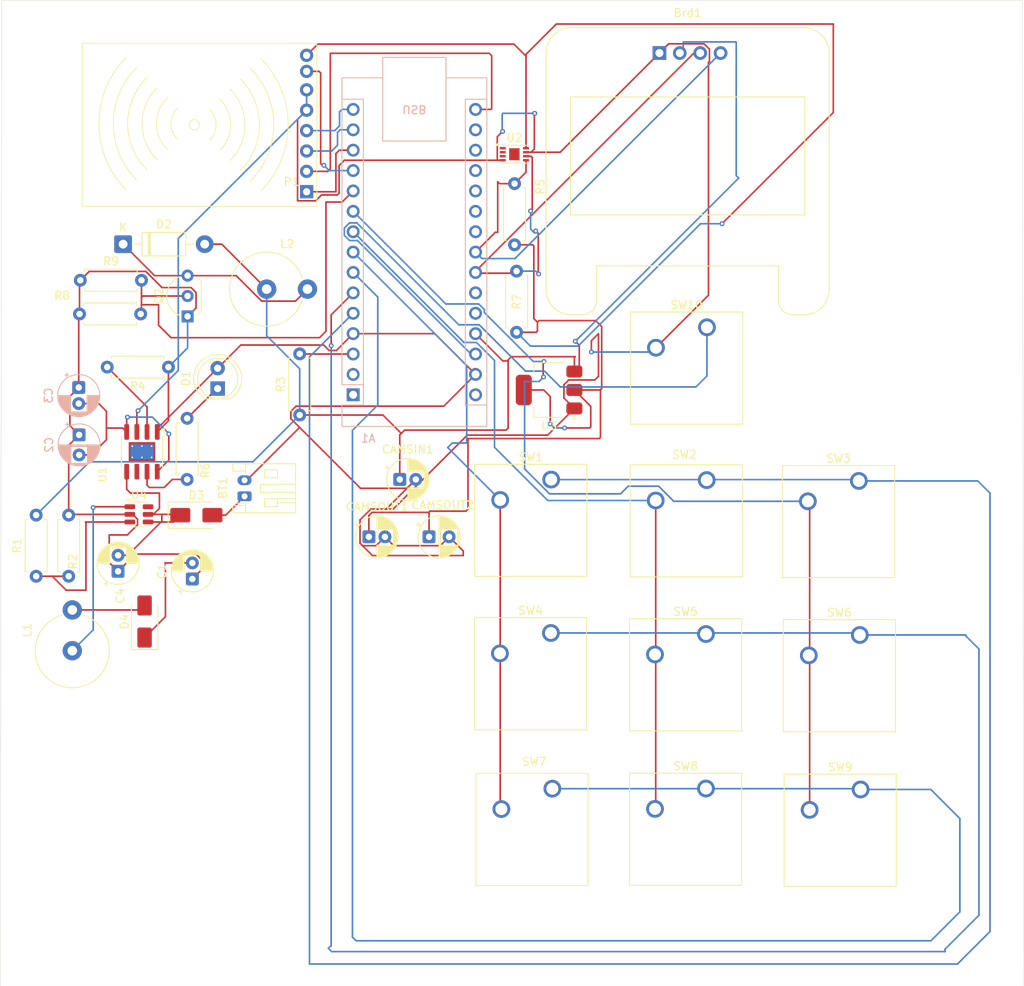
<source format=kicad_pcb>
(kicad_pcb (version 20241229) (generator "pcbnew") (generator_version "9.0")
  (layers (0 "F.Cu" signal) (2 "B.Cu" signal) (13 "F.Paste" user) (15 "B.Paste" user) (5 "F.SilkS" user "F.Silkscreen") (7 "B.SilkS" user "B.Silkscreen") (1 "F.Mask" user) (3 "B.Mask" user) (25 "Edge.Cuts" user))
  (net 0 "")
  (net 1 "5V")
  (net 4 "/SCL")
  (net 6 "/col2")
  (net 7 "/Sound")
  (net 10 "/col1")
  (net 11 "/rst")
  (net 12 "/SPI_MO")
  (net 13 "/row3")
  (net 16 "/SDA")
  (net 17 "/row1")
  (net 18 "/SPI_MI")
  (net 21 "/SPI_Clock")
  (net 22 "Net-(A1-~{RESET}-Pad28)")
  (net 23 "Net-(A1-~{RESET}-Pad3)")
  (net 24 "/row2")
  (net 26 "GND")
  (net 28 "/col3")
  (net 29 "/SS")
  (net 30 "BAT")
  (net 31 "Net-(D4-K)")
  (net 32 "USB5V")
  (net 33 "3V3")
  (net 34 "Net-(D1-K)")
  (net 35 "Net-(D4-A)")
  (net 36 "Net-(U4-SW)")
  (net 37 "Net-(U4-FB)")
  (net 38 "Net-(U1-PROG)")
  (net 39 "Net-(U1-~{CHRG})")
  (net 47 "Net-(BT1-+)")
  (net 48 "Net-(D2-K)")
  (footprint "Button_Switch_Keyboard:SW_Cherry_MX_1.00u_PCB" (layer "F.Cu") (at 179.04 93.05)
    (property "Reference" "SW3")
    (property "Value" "SW_Push")
  )
  (footprint "Resistor_THT:R_Axial_DIN0207_L6.3mm_D2.5mm_P7.62mm_Horizontal" (layer "F.Cu") (at 80.629825 104.929 90)
    (property "Reference" "R2")
    (property "Value" "20k")
  )
  (footprint "Button_Switch_Keyboard:SW_Cherry_MX_1.00u_PCB" (layer "F.Cu") (at 140.72 92.884)
    (property "Reference" "SW1")
    (property "Value" "SW_Push")
  )
  (footprint "Resistor_THT:R_Axial_DIN0207_L6.3mm_D2.5mm_P7.62mm_Horizontal" (layer "F.Cu") (at 93.049825 78.869 180)
    (property "Reference" "R4")
    (property "Value" "2k")
  )
  (footprint "Inductor_THT:L_Axial_L26.0mm_D9.0mm_P5.08mm_Vertical_Fastron_77A" (layer "F.Cu") (at 81.079825 114.209 90)
    (property "Reference" "L1")
    (property "Value" "10mH")
  )
  (footprint "Button_Switch_Keyboard:SW_Cherry_MX_1.00u_PCB" (layer "F.Cu") (at 160.12 73.91)
    (property "Reference" "SW10")
    (property "Value" "SW_RST")
  )
  (footprint "Diode_THT:D_DO-41_SOD81_P10.16mm_Horizontal" (layer "F.Cu") (at 87.407442 63.549)
    (property "Reference" "D2")
    (property "Value" "1N5819")
  )
  (footprint "Resistor_THT:R_Axial_DIN0207_L6.3mm_D2.5mm_P7.62mm_Horizontal" (layer "F.Cu") (at 136.411075 74.529 90)
    (property "Reference" "R7")
    (property "Value" "4.7k")
  )
  (footprint "Button_Switch_Keyboard:SW_Cherry_MX_1.00u_PCB" (layer "F.Cu") (at 140.87 131.4)
    (property "Reference" "SW7")
    (property "Value" "SW_Push")
  )
  (footprint "Resistor_THT:R_Axial_DIN0207_L6.3mm_D2.5mm_P7.62mm_Horizontal" (layer "F.Cu") (at 95.379825 92.869 90)
    (property "Reference" "R6")
    (property "Value" "220")
  )
  (footprint "Button_Switch_Keyboard:SW_Cherry_MX_1.00u_PCB" (layer "F.Cu") (at 160 131.38)
    (property "Reference" "SW8")
    (property "Value" "SW_Push")
  )
  (footprint "Package_TO_SOT_SMD:SOT-223-3_TabPin2" (layer "F.Cu") (at 140.461075 81.719 180)
    (property "Reference" "U3")
    (property "Value" "AMS1117-3.3")
  )
  (footprint "Package_TO_SOT_SMD:SOT-23-6" (layer "F.Cu") (at 89.379825 97.219)
    (property "Reference" "U4")
    (property "Value" "MT3608")
  )
  (footprint "Resistor_THT:R_Axial_DIN0207_L6.3mm_D2.5mm_P7.62mm_Horizontal" (layer "F.Cu") (at 109.401075 84.839 90)
    (property "Reference" "R3")
    (property "Value" "10k")
  )
  (footprint "micustom2:Adafruit_SSD1306" (layer "F.Cu") (at 148.821075 39.734)
    (property "Reference" "Brd1")
    (property "Value" "SSD1306")
  )
  (footprint "Button_Switch_Keyboard:SW_Cherry_MX_1.00u_PCB" (layer "F.Cu") (at 179.16 112.25)
    (property "Reference" "SW6")
    (property "Value" "SW_Push")
  )
  (footprint "Capacitor_THT:CP_Radial_D5.0mm_P2.00mm" (layer "F.Cu") (at 96.029825 105.269 90)
    (property "Reference" "C1")
    (property "Value" "22mF")
  )
  (footprint "Package_DFN_QFN:DFN-8-1EP_3x2mm_P0.5mm_EP1.3x1.5mm" (layer "F.Cu") (at 136.136075 52.344)
    (property "Reference" "U2")
    (property "Value" "AT24CS16-MAHM")
  )
  (footprint "Capacitor_THT:CP_Radial_D5.0mm_P2.50mm" (layer "F.Cu") (at 125.511075 100.019)
    (property "Reference" "CAMSOUT2")
    (property "Value" "0.1mF")
  )
  (footprint "Button_Switch_Keyboard:SW_Cherry_MX_1.00u_PCB" (layer "F.Cu") (at 160 112.13)
    (property "Reference" "SW5")
    (property "Value" "SW_Push")
  )
  (footprint "Diode_SMD:D_SMA" (layer "F.Cu") (at 96.529825 97.319)
    (property "Reference" "D3")
    (property "Value" "SS14")
  )
  (footprint "Inductor_THT:L_Axial_L26.0mm_D9.0mm_P5.08mm_Vertical_Fastron_77A" (layer "F.Cu") (at 105.287442 69.149)
    (property "Reference" "L2")
    (property "Value" "22mH")
  )
  (footprint "Resistor_THT:R_Axial_DIN0207_L6.3mm_D2.5mm_P7.62mm_Horizontal" (layer "F.Cu") (at 81.977442 72.249)
    (property "Reference" "R8")
    (property "Value" "100")
  )
  (footprint "Button_Switch_Keyboard:SW_Cherry_MX_1.00u_PCB" (layer "F.Cu") (at 179.26 131.5)
    (property "Reference" "SW9")
    (property "Value" "SW_Push")
  )
  (footprint "Capacitor_THT:CP_Radial_D5.0mm_P2.00mm" (layer "F.Cu") (at 118.016187 100.019)
    (property "Reference" "CAMSOUT1")
    (property "Value" "10mF")
  )
  (footprint "Resistor_THT:R_Axial_DIN0207_L6.3mm_D2.5mm_P7.62mm_Horizontal" (layer "F.Cu") (at 136.161075 63.629 90)
    (property "Reference" "R5")
    (property "Value" "4.7k")
  )
  (footprint "Diode_SMD:D_SMA" (layer "F.Cu") (at 90.079825 110.569 90)
    (property "Reference" "D4")
    (property "Value" "SS14")
  )
  (footprint "Capacitor_THT:CP_Radial_D5.0mm_P2.00mm" (layer "F.Cu") (at 86.779825 104.319 90)
    (property "Reference" "C4")
    (property "Value" "22mF")
  )
  (footprint "Button_Switch_Keyboard:SW_Cherry_MX_1.00u_PCB" (layer "F.Cu") (at 160.09 92.95)
    (property "Reference" "SW2")
    (property "Value" "SW_Push")
  )
  (footprint "Resistor_THT:R_Axial_DIN0207_L6.3mm_D2.5mm_P7.62mm_Horizontal" (layer "F.Cu") (at 82.077442 68.049)
    (property "Reference" "R9")
    (property "Value" "10k")
  )
  (footprint "Resistor_THT:R_Axial_DIN0207_L6.3mm_D2.5mm_P7.62mm_Horizontal" (layer "F.Cu") (at 76.579825 104.929 90)
    (property "Reference" "R1")
    (property "Value" "100k")
  )
  (footprint "LED_THT:LED_D5.0mm" (layer "F.Cu") (at 99.179825 81.544 90)
    (property "Reference" "D1")
    (property "Value" "LED")
  )
  (footprint "Capacitor_THT:CP_Radial_D5.0mm_P2.00mm" (layer "F.Cu") (at 121.861075 92.869)
    (property "Reference" "CAMSIN1")
    (property "Value" "10mF")
  )
  (footprint "Connector_JST:JST_PH_S2B-PH-K_1x02_P2.00mm_Horizontal" (layer "F.Cu") (at 102.529825 94.969 90)
    (property "Reference" "BT1")
    (property "Value" "Battery_Cell")
  )
  (footprint "Package_SO:SOIC-8-1EP_3.9x4.9mm_P1.27mm_EP2.41x3.3mm_ThermalVias" (layer "F.Cu") (at 89.754825 89.419 -90)
    (property "Reference" "U1")
    (property "Value" "TP4056-42-ESOP8")
  )
  (footprint "Button_Switch_Keyboard:SW_Cherry_MX_1.00u_PCB" (layer "F.Cu") (at 140.69 112)
    (property "Reference" "SW4")
    (property "Value" "SW_Push")
  )
  (footprint "micustom2:RC522_I2C_B30x20mm" (layer "F.Cu") (at 110.261075 55.019 180)
    (property "Reference" "P1")
    (property "Value" "RFID-RC522-MODULE")
  )
  (footprint "Package_TO_SOT_THT:TO-92L_Inline_Wide" (layer "F.Cu") (at 95.437442 72.549 90)
    (property "Reference" "Q2")
    (property "Value" "2N7000")
  )
  (footprint "Module:Arduino_Nano" (layer "B.Cu") (at 116.061075 82.319)
    (property "Reference" "A1")
    (property "Value" "Arduino_Nano_v3.x")
  )
  (footprint "Capacitor_THT:CP_Radial_D5.0mm_P2.50mm" (layer "B.Cu") (at 81.929825 87.313888 -90)
    (property "Reference" "C2")
    (property "Value" "0.1mF")
  )
  (footprint "Capacitor_THT:CP_Radial_D5.0mm_P2.00mm" (layer "B.Cu") (at 81.879825 81.413887 -90)
    (property "Reference" "C3")
    (property "Value" "10mF")
  )
  (gr_line (start 199.6 156) (end 199.4 33.15) (stroke (width 0.05)) (layer "Edge.Cuts"))
  (gr_line (start 72.1 156) (end 199.6 156) (stroke (width 0.05)) (layer "Edge.Cuts"))
  (gr_line (start 199.4 33.15) (end 72.3 33.15) (stroke (width 0.05)) (layer "Edge.Cuts"))
  (gr_line (start 72.3 33.15) (end 72.1 156) (stroke (width 0.05)) (layer "Edge.Cuts"))
  (segment (start 134.701075 78.099) (end 135.361075 78.099) (width 0.2) (layer "F.Cu") (net 1))
  (segment (start 143.711075 77.569) (end 143.611075 77.669) (width 0.2) (layer "F.Cu") (net 1))
  (segment (start 131.301075 74.699) (end 134.701075 78.099) (width 0.2) (layer "F.Cu") (net 1))
  (segment (start 144.221075 76.149) (end 144.221075 78.809) (width 0.2) (layer "F.Cu") (net 1))
  (segment (start 122.461075 86.719) (end 135.111075 86.719) (width 0.2) (layer "F.Cu") (net 1))
  (segment (start 119.761075 84.839) (end 122.051075 87.129) (width 0.2) (layer "F.Cu") (net 1))
  (segment (start 99.687442 63.549) (end 97.567442 63.549) (width 0.2) (layer "F.Cu") (net 1))
  (segment (start 121.861075 92.869) (end 121.861075 87.319) (width 0.2) (layer "F.Cu") (net 1))
  (segment (start 135.361075 77.969) (end 135.761075 77.569) (width 0.2) (layer "F.Cu") (net 1))
  (segment (start 144.221075 78.809) (end 143.611075 79.419) (width 0.2) (layer "F.Cu") (net 1))
  (segment (start 135.361075 86.469) (end 135.361075 78.099) (width 0.2) (layer "F.Cu") (net 1))
  (segment (start 109.401075 84.839) (end 119.761075 84.839) (width 0.2) (layer "F.Cu") (net 1))
  (segment (start 135.111075 86.719) (end 135.361075 86.469) (width 0.2) (layer "F.Cu") (net 1))
  (segment (start 143.721075 75.649) (end 144.221075 76.149) (width 0.2) (layer "F.Cu") (net 1))
  (segment (start 135.761075 77.569) (end 143.711075 77.569) (width 0.2) (layer "F.Cu") (net 1))
  (segment (start 135.361075 78.099) (end 135.361075 77.969) (width 0.2) (layer "F.Cu") (net 1))
  (segment (start 143.611075 77.669) (end 143.611075 79.419) (width 0.2) (layer "F.Cu") (net 1))
  (segment (start 122.051075 87.129) (end 122.461075 86.719) (width 0.2) (layer "F.Cu") (net 1))
  (segment (start 105.287442 69.149) (end 99.687442 63.549) (width 0.2) (layer "F.Cu") (net 1))
  (segment (start 121.861075 87.319) (end 122.051075 87.129) (width 0.2) (layer "F.Cu") (net 1))
  (via (at 143.721075 75.649) (size 0.6) (drill 0.3) (layers "F.Cu" "B.Cu") (net 1))
  (segment (start 103.570075 90.67) (end 109.401075 84.839) (width 0.2) (layer "B.Cu") (net 1))
  (segment (start 109.401075 79.079) (end 109.401075 84.839) (width 0.2) (layer "B.Cu") (net 1))
  (segment (start 163.771075 38.421577) (end 163.698498 38.349) (width 0.2) (layer "B.Cu") (net 1))
  (segment (start 105.287442 74.965367) (end 109.401075 79.079) (width 0.2) (layer "B.Cu") (net 1))
  (segment (start 157.171075 38.349) (end 157.171075 39.304) (width 0.2) (layer "B.Cu") (net 1))
  (segment (start 157.171075 39.304) (end 156.741075 39.734) (width 0.2) (layer "B.Cu") (net 1))
  (segment (start 164.075 55.315) (end 163.771075 55.011075) (width 0.2) (layer "B.Cu") (net 1))
  (segment (start 163.698498 38.349) (end 157.171075 38.349) (width 0.2) (layer "B.Cu") (net 1))
  (segment (start 143.721075 75.649) (end 144.415075 74.955) (width 0.2) (layer "B.Cu") (net 1))
  (segment (start 163.771075 55.011075) (end 163.771075 38.421577) (width 0.2) (layer "B.Cu") (net 1))
  (segment (start 83.218825 90.67) (end 103.570075 90.67) (width 0.2) (layer "B.Cu") (net 1))
  (segment (start 144.415075 74.955) (end 144.435 74.955) (width 0.2) (layer "B.Cu") (net 1))
  (segment (start 164.075 55.315) (end 144.435 74.955) (width 0.2) (layer "B.Cu") (net 1))
  (segment (start 105.287442 69.149) (end 105.287442 74.965367) (width 0.2) (layer "B.Cu") (net 1))
  (segment (start 76.579825 97.309) (end 83.218825 90.67) (width 0.2) (layer "B.Cu") (net 1))
  (segment (start 131.301075 66.93195) (end 158.499025 39.734) (width 0.2) (layer "F.Cu") (net 4))
  (segment (start 139.111075 67.219) (end 139.161075 67.269) (width 0.2) (layer "F.Cu") (net 4))
  (segment (start 139.111075 66.869) (end 139.111075 67.219) (width 0.2) (layer "F.Cu") (net 4))
  (segment (start 131.391075 67.169) (end 131.301075 67.079) (width 0.2) (layer "F.Cu") (net 4))
  (segment (start 138.213075 52.594) (end 138.361075 52.742) (width 0.2) (layer "F.Cu") (net 4))
  (segment (start 131.301075 67.079) (end 131.301075 66.93195) (width 0.2) (layer "F.Cu") (net 4))
  (segment (start 139.111075 62.219) (end 139.111075 66.869) (width 0.2) (layer "F.Cu") (net 4))
  (segment (start 138.361075 58.819) (end 138.361075 59.219) (width 0.2) (layer "F.Cu") (net 4))
  (segment (start 137.586075 52.594) (end 138.213075 52.594) (width 0.2) (layer "F.Cu") (net 4))
  (segment (start 138.361075 59.219) (end 138.161075 59.419) (width 0.2) (layer "F.Cu") (net 4))
  (segment (start 138.79931 61.907235) (end 139.111075 62.219) (width 0.2) (layer "F.Cu") (net 4))
  (segment (start 138.361075 52.742) (end 138.361075 58.819) (width 0.2) (layer "F.Cu") (net 4))
  (segment (start 135.861075 67.169) (end 131.391075 67.169) (width 0.2) (layer "F.Cu") (net 4))
  (segment (start 158.499025 39.734) (end 159.281075 39.734) (width 0.2) (layer "F.Cu") (net 4))
  (via (at 138.161075 59.419) (size 0.6) (drill 0.3) (layers "F.Cu" "B.Cu") (net 4))
  (via (at 139.161075 67.269) (size 0.6) (drill 0.3) (layers "F.Cu" "B.Cu") (net 4))
  (via (at 138.79931 61.907235) (size 0.6) (drill 0.3) (layers "F.Cu" "B.Cu") (net 4))
  (segment (start 138.801075 66.909) (end 136.411075 66.909) (width 0.2) (layer "B.Cu") (net 4))
  (segment (start 139.161075 67.269) (end 138.801075 66.909) (width 0.2) (layer "B.Cu") (net 4))
  (segment (start 138.661075 62.169) (end 138.79931 62.030765) (width 0.2) (layer "B.Cu") (net 4))
  (segment (start 138.161075 61.669) (end 138.661075 62.169) (width 0.2) (layer "B.Cu") (net 4))
  (segment (start 138.161075 59.419) (end 138.161075 61.669) (width 0.2) (layer "B.Cu") (net 4))
  (segment (start 138.79931 62.030765) (end 138.79931 61.907235) (width 0.2) (layer "B.Cu") (net 4))
  (segment (start 153.74 133.83) (end 153.65 133.92) (width 0.2) (layer "F.Cu") (net 6))
  (segment (start 153.74 95.49) (end 153.74 133.83) (width 0.2) (layer "F.Cu") (net 6))
  (segment (start 140.29 95.49) (end 133.662893 88.862893) (width 0.2) (layer "B.Cu") (net 6))
  (segment (start 153.74 95.49) (end 140.29 95.49) (width 0.2) (layer "B.Cu") (net 6))
  (segment (start 129.862075 75.8) (end 116.061075 61.999) (width 0.2) (layer "B.Cu") (net 6))
  (segment (start 133.662893 88.862893) (end 133.662893 78.043768) (width 0.2) (layer "B.Cu") (net 6))
  (segment (start 133.662893 78.043768) (end 131.419125 75.8) (width 0.2) (layer "B.Cu") (net 6))
  (segment (start 131.419125 75.8) (end 129.862075 75.8) (width 0.2) (layer "B.Cu") (net 6))
  (segment (start 91.821075 71.099) (end 91.821075 73.649) (width 0.2) (layer "F.Cu") (net 7))
  (segment (start 89.697442 70.199) (end 89.887442 70.009) (width 0.2) (layer "F.Cu") (net 7))
  (segment (start 111.871075 75.199) (end 112.671075 74.399) (width 0.2) (layer "F.Cu") (net 7))
  (segment (start 89.697442 71.099) (end 91.821075 71.099) (width 0.2) (layer "F.Cu") (net 7))
  (segment (start 89.697442 71.099) (end 89.697442 72.149) (width 0.2) (layer "F.Cu") (net 7))
  (segment (start 89.887442 70.009) (end 95.437442 70.009) (width 0.2) (layer "F.Cu") (net 7))
  (segment (start 114.681075 58.299) (end 116.061075 56.919) (width 0.2) (layer "F.Cu") (net 7))
  (segment (start 112.671075 74.399) (end 112.671075 58.349) (width 0.2) (layer "F.Cu") (net 7))
  (segment (start 91.821075 73.649) (end 93.371075 75.199) (width 0.2) (layer "F.Cu") (net 7))
  (segment (start 112.721075 58.299) (end 114.681075 58.299) (width 0.2) (layer "F.Cu") (net 7))
  (segment (start 89.697442 70.199) (end 89.697442 71.099) (width 0.2) (layer "F.Cu") (net 7))
  (segment (start 93.371075 75.199) (end 111.871075 75.199) (width 0.2) (layer "F.Cu") (net 7))
  (segment (start 89.697442 72.149) (end 89.597442 72.249) (width 0.2) (layer "F.Cu") (net 7))
  (segment (start 112.671075 58.349) (end 112.721075 58.299) (width 0.2) (layer "F.Cu") (net 7))
  (segment (start 89.697442 68.049) (end 89.697442 70.199) (width 0.2) (layer "F.Cu") (net 7))
  (segment (start 134.37 95.424) (end 134.37 133.79) (width 0.2) (layer "F.Cu") (net 10))
  (segment (start 134.37 133.79) (end 134.52 133.94) (width 0.2) (layer "F.Cu") (net 10))
  (segment (start 134.37 95.424) (end 127.839 88.893) (width 0.2) (layer "B.Cu") (net 10))
  (segment (start 128.4 88.332) (end 130.200075 88.332) (width 0.2) (layer "B.Cu") (net 10))
  (segment (start 130.200075 78.678) (end 116.061075 64.539) (width 0.2) (layer "B.Cu") (net 10))
  (segment (start 127.839 88.893) (end 128.4 88.332) (width 0.2) (layer "B.Cu") (net 10))
  (segment (start 130.200075 88.332) (end 130.200075 78.678) (width 0.2) (layer "B.Cu") (net 10))
  (segment (start 112.011075 42.219) (end 112.011075 53.519) (width 0.2) (layer "F.Cu") (net 11))
  (segment (start 111.811075 42.019) (end 112.011075 42.219) (width 0.2) (layer "F.Cu") (net 11))
  (segment (start 112.211075 53.719) (end 112.411075 53.719) (width 0.2) (layer "F.Cu") (net 11))
  (segment (start 110.261075 42.019) (end 111.811075 42.019) (width 0.2) (layer "F.Cu") (net 11))
  (segment (start 112.011075 53.519) (end 112.211075 53.719) (width 0.2) (layer "F.Cu") (net 11))
  (via (at 112.411075 53.719) (size 0.6) (drill 0.3) (layers "F.Cu" "B.Cu") (net 11))
  (segment (start 113.071075 54.379) (end 116.061075 54.379) (width 0.2) (layer "B.Cu") (net 11))
  (segment (start 112.411075 53.719) (end 113.071075 54.379) (width 0.2) (layer "B.Cu") (net 11))
  (segment (start 113.391075 51.939) (end 114.111075 51.219) (width 0.2) (layer "B.Cu") (net 12))
  (segment (start 114.111075 51.219) (end 114.111075 49.619) (width 0.2) (layer "B.Cu") (net 12))
  (segment (start 114.111075 49.619) (end 114.431075 49.299) (width 0.2) (layer "B.Cu") (net 12))
  (segment (start 110.261075 51.939) (end 113.391075 51.939) (width 0.2) (layer "B.Cu") (net 12))
  (segment (start 114.431075 49.299) (end 116.061075 49.299) (width 0.2) (layer "B.Cu") (net 12))
  (segment (start 191.621075 135.121075) (end 191.621075 146.749) (width 0.2) (layer "B.Cu") (net 13))
  (segment (start 115.971075 86.749) (end 119.121075 83.599) (width 0.2) (layer "B.Cu") (net 13))
  (segment (start 140.87 131.4) (end 179.16 131.4) (width 0.2) (layer "B.Cu") (net 13))
  (segment (start 119.121075 83.599) (end 119.121075 70.139) (width 0.2) (layer "B.Cu") (net 13))
  (segment (start 188 131.5) (end 191.621075 135.121075) (width 0.2) (layer "B.Cu") (net 13))
  (segment (start 119.121075 70.139) (end 116.061075 67.079) (width 0.2) (layer "B.Cu") (net 13))
  (segment (start 179.16 131.4) (end 179.26 131.5) (width 0.2) (layer "B.Cu") (net 13))
  (segment (start 179.26 131.5) (end 188 131.5) (width 0.2) (layer "B.Cu") (net 13))
  (segment (start 188.021075 150.349) (end 116.421075 150.349) (width 0.2) (layer "B.Cu") (net 13))
  (segment (start 116.421075 150.349) (end 115.971075 149.899) (width 0.2) (layer "B.Cu") (net 13))
  (segment (start 191.621075 146.749) (end 188.021075 150.349) (width 0.2) (layer "B.Cu") (net 13))
  (segment (start 115.971075 149.899) (end 115.971075 86.749) (width 0.2) (layer "B.Cu") (net 13))
  (segment (start 136.161075 56.009) (end 134.301075 56.009) (width 0.2) (layer "F.Cu") (net 16))
  (segment (start 137.586075 54.584) (end 136.161075 56.009) (width 0.2) (layer "F.Cu") (net 16))
  (segment (start 134.061075 62.069) (end 133.771075 62.069) (width 0.2) (layer "F.Cu") (net 16))
  (segment (start 137.586075 53.094) (end 137.586075 54.584) (width 0.2) (layer "F.Cu") (net 16))
  (segment (start 134.061075 55.769) (end 134.061075 62.069) (width 0.2) (layer "F.Cu") (net 16))
  (segment (start 134.301075 56.009) (end 134.061075 55.769) (width 0.2) (layer "F.Cu") (net 16))
  (segment (start 133.771075 62.069) (end 131.301075 64.539) (width 0.2) (layer "F.Cu") (net 16))
  (segment (start 132.101074 65.338999) (end 136.216076 65.338999) (width 0.2) (layer "B.Cu") (net 16))
  (segment (start 136.216076 65.338999) (end 161.821075 39.734) (width 0.2) (layer "B.Cu") (net 16))
  (segment (start 131.301075 64.539) (end 132.101074 65.338999) (width 0.2) (layer "B.Cu") (net 16))
  (segment (start 195.371075 94.571) (end 195.371075 149.199) (width 0.2) (layer "B.Cu") (net 17))
  (segment (start 110.621075 153.249) (end 191.321075 153.249) (width 0.2) (layer "B.Cu") (net 17))
  (segment (start 193.850075 93.05) (end 195.371075 94.571) (width 0.2) (layer "B.Cu") (net 17))
  (segment (start 178.874 92.884) (end 179.04 93.05) (width 0.2) (layer "B.Cu") (net 17))
  (segment (start 193.850075 93.05) (end 179.04 93.05) (width 0.2) (layer "B.Cu") (net 17))
  (segment (start 110.621075 77.599) (end 110.621075 153.249) (width 0.2) (layer "B.Cu") (net 17))
  (segment (start 191.321075 153.249) (end 195.371075 149.199) (width 0.2) (layer "B.Cu") (net 17))
  (segment (start 116.061075 72.159) (end 110.621075 77.599) (width 0.2) (layer "B.Cu") (net 17))
  (segment (start 140.72 92.884) (end 178.874 92.884) (width 0.2) (layer "B.Cu") (net 17))
  (segment (start 114.361075 47.069) (end 114.671075 46.759) (width 0.2) (layer "B.Cu") (net 18))
  (segment (start 113.763975 49.399) (end 114.361075 48.8019) (width 0.2) (layer "B.Cu") (net 18))
  (segment (start 114.361075 48.8019) (end 114.361075 47.069) (width 0.2) (layer "B.Cu") (net 18))
  (segment (start 110.261075 49.399) (end 113.763975 49.399) (width 0.2) (layer "B.Cu") (net 18))
  (segment (start 114.671075 46.759) (end 116.061075 46.759) (width 0.2) (layer "B.Cu") (net 18))
  (segment (start 113.211075 54.169) (end 113.211075 39.769) (width 0.2) (layer "F.Cu") (net 21))
  (segment (start 133.221075 46.759) (end 131.301075 46.759) (width 0.2) (layer "F.Cu") (net 21))
  (segment (start 110.261075 54.479) (end 112.821075 54.479) (width 0.2) (layer "F.Cu") (net 21))
  (segment (start 112.821075 54.479) (end 112.861075 54.519) (width 0.2) (layer "F.Cu") (net 21))
  (segment (start 133.311075 40.069) (end 133.311075 46.669) (width 0.2) (layer "F.Cu") (net 21))
  (segment (start 112.861075 54.519) (end 113.211075 54.169) (width 0.2) (layer "F.Cu") (net 21))
  (segment (start 133.011075 39.769) (end 133.311075 40.069) (width 0.2) (layer "F.Cu") (net 21))
  (segment (start 133.311075 46.669) (end 133.221075 46.759) (width 0.2) (layer "F.Cu") (net 21))
  (segment (start 113.211075 39.769) (end 133.011075 39.769) (width 0.2) (layer "F.Cu") (net 21))
  (segment (start 141.863018 81.341) (end 158.749 81.341) (width 0.2) (layer "B.Cu") (net 22))
  (segment (start 129.217125 73.598) (end 131.757125 73.598) (width 0.2) (layer "B.Cu") (net 22))
  (segment (start 158.749 81.341) (end 160.12 79.97) (width 0.2) (layer "B.Cu") (net 22))
  (segment (start 115.605025 60.898) (end 116.517125 60.898) (width 0.2) (layer "B.Cu") (net 22))
  (segment (start 130.733975 77.239) (end 116.594975 63.1) (width 0.2) (layer "B.Cu") (net 22))
  (segment (start 114.960075 62.45505) (end 114.960075 61.54295) (width 0.2) (layer "B.Cu") (net 22))
  (segment (start 139.892018 79.37) (end 141.863018 81.341) (width 0.2) (layer "B.Cu") (net 22))
  (segment (start 131.301075 77.239) (end 130.733975 77.239) (width 0.2) (layer "B.Cu") (net 22))
  (segment (start 137.529125 79.37) (end 139.892018 79.37) (width 0.2) (layer "B.Cu") (net 22))
  (segment (start 131.757125 73.598) (end 137.529125 79.37) (width 0.2) (layer "B.Cu") (net 22))
  (segment (start 115.605025 63.1) (end 114.960075 62.45505) (width 0.2) (layer "B.Cu") (net 22))
  (segment (start 116.517125 60.898) (end 129.217125 73.598) (width 0.2) (layer "B.Cu") (net 22))
  (segment (start 114.960075 61.54295) (end 115.605025 60.898) (width 0.2) (layer "B.Cu") (net 22))
  (segment (start 160.12 79.97) (end 160.12 73.91) (width 0.2) (layer "B.Cu") (net 22))
  (segment (start 116.594975 63.1) (end 115.605025 63.1) (width 0.2) (layer "B.Cu") (net 22))
  (segment (start 109.641075 76.979) (end 109.401075 77.219) (width 0.2) (layer "F.Cu") (net 23))
  (segment (start 116.061075 77.239) (end 109.091075 77.239) (width 0.2) (layer "F.Cu") (net 23))
  (segment (start 113.321075 72.359) (end 116.061075 69.619) (width 0.2) (layer "F.Cu") (net 24))
  (segment (start 113.321075 76.199) (end 113.321075 72.359) (width 0.2) (layer "F.Cu") (net 24))
  (via (at 113.321075 76.199) (size 0.6) (drill 0.3) (layers "F.Cu" "B.Cu") (net 24))
  (segment (start 192.370075 112.370075) (end 192.370075 112.25) (width 0.2) (layer "B.Cu") (net 24))
  (segment (start 113.371075 151.699) (end 189.771075 151.699) (width 0.2) (layer "B.Cu") (net 24))
  (segment (start 113.321075 76.199) (end 113.321075 150.949) (width 0.2) (layer "B.Cu") (net 24))
  (segment (start 113.321075 150.949) (end 112.971075 151.299) (width 0.2) (layer "B.Cu") (net 24))
  (segment (start 189.771075 151.399) (end 194 147.170075) (width 0.2) (layer "B.Cu") (net 24))
  (segment (start 140.69 112) (end 178.91 112) (width 0.2) (layer "B.Cu") (net 24))
  (segment (start 192.370075 112.25) (end 179.16 112.25) (width 0.2) (layer "B.Cu") (net 24))
  (segment (start 189.771075 151.699) (end 189.771075 151.399) (width 0.2) (layer "B.Cu") (net 24))
  (segment (start 194 147.170075) (end 194 114) (width 0.2) (layer "B.Cu") (net 24))
  (segment (start 178.91 112) (end 179.16 112.25) (width 0.2) (layer "B.Cu") (net 24))
  (segment (start 194 114) (end 192.370075 112.370075) (width 0.2) (layer "B.Cu") (net 24))
  (segment (start 112.971075 151.299) (end 113.371075 151.699) (width 0.2) (layer "B.Cu") (net 24))
  (segment (start 81.977442 68.149) (end 82.077442 68.049) (width 0.2) (layer "F.Cu") (net 26))
  (segment (start 109.38755 86.382525) (end 116.975025 93.97) (width 0.2) (layer "F.Cu") (net 26))
  (segment (start 82.077442 68.049) (end 83.178442 66.948) (width 0.2) (layer "F.Cu") (net 26))
  (segment (start 116.061075 74.699) (end 126.221075 74.699) (width 0.2) (layer "F.Cu") (net 26))
  (segment (start 81.879825 72.346617) (end 81.977442 72.249) (width 0.2) (layer "F.Cu") (net 26))
  (segment (start 108.300075 84.38295) (end 108.300075 85.29505) (width 0.2) (layer "F.Cu") (net 26))
  (segment (start 96.485875 102.168) (end 88.930825 102.168) (width 0.2) (layer "F.Cu") (net 26))
  (segment (start 134.059075 53.094) (end 134.686075 53.094) (width 0.2) (layer "F.Cu") (net 26))
  (segment (start 114.312075 57.1851) (end 114.077175 57.42) (width 0.2) (layer "F.Cu") (net 26))
  (segment (start 116.915187 97.9029) (end 118.250087 96.568) (width 0.2) (layer "F.Cu") (net 26))
  (segment (start 155.352075 38.583) (end 154.201075 39.734) (width 0.2) (layer "F.Cu") (net 26))
  (segment (start 89.205825 97.828032) (end 88.596793 97.219) (width 0.2) (layer "F.Cu") (net 26))
  (segment (start 116.915187 100.80416) (end 116.915187 97.9029) (width 0.2) (layer "F.Cu") (net 26))
  (segment (start 95.872781 68.958) (end 96.488442 69.573661) (width 0.2) (layer "F.Cu") (net 26))
  (segment (start 138.621075 48.149) (end 138.621075 47.299) (width 0.2) (layer "F.Cu") (net 26))
  (segment (start 102.065825 76.118) (end 112.390132 76.118) (width 0.2) (layer "F.Cu") (net 26))
  (segment (start 113.072132 76.8) (end 113.960075 76.8) (width 0.2) (layer "F.Cu") (net 26))
  (segment (start 130.263975 87.349) (end 140.281075 87.349) (width 0.2) (layer "F.Cu") (net 26))
  (segment (start 109.135075 58.145) (end 109.135075 47.985) (width 0.2) (layer "F.Cu") (net 26))
  (segment (start 116.975025 93.97) (end 122.760075 93.97) (width 0.2) (layer "F.Cu") (net 26))
  (segment (start 89.119825 84.45025) (end 89.119825 86.944) (width 0.2) (layer "F.Cu") (net 26))
  (segment (start 126.910075 101.12) (end 128.011075 100.019) (width 0.2) (layer "F.Cu") (net 26))
  (segment (start 122.760075 93.97) (end 123.861075 92.869) (width 0.2) (layer "F.Cu") (net 26))
  (segment (start 118.250087 96.568) (end 121.044975 96.568) (width 0.2) (layer "F.Cu") (net 26))
  (segment (start 120.016187 100.019) (end 121.117187 101.12) (width 0.2) (layer "F.Cu") (net 26))
  (segment (start 154.201075 39.734) (end 141.841075 52.094) (width 0.2) (layer "F.Cu") (net 26))
  (segment (start 138.213075 52.094) (end 138.621075 51.686) (width 0.2) (layer "F.Cu") (net 26))
  (segment (start 93.049825 78.869) (end 93.049825 85.554) (width 0.2) (layer "F.Cu") (net 26))
  (segment (start 138.621075 51.686) (end 138.621075 48.149) (width 0.2) (layer "F.Cu") (net 26))
  (segment (start 121.117187 101.12) (end 126.910075 101.12) (width 0.2) (layer "F.Cu") (net 26))
  (segment (start 129.771075 101.779) (end 129.771075 102.349) (width 0.2) (layer "F.Cu") (net 26))
  (segment (start 140.281075 87.349) (end 143.611075 84.019) (width 0.2) (layer "F.Cu") (net 26))
  (segment (start 109.135075 47.985) (end 110.261075 46.859) (width 0.2) (layer "F.Cu") (net 26))
  (segment (start 146.610075 80.01) (end 146.610075 74.7) (width 0.2) (layer "F.Cu") (net 26))
  (segment (start 160.31 40.911) (end 160.432075 40.788925) (width 0.2) (layer "F.Cu") (net 26))
  (segment (start 99.179825 79.004) (end 102.065825 76.118) (width 0.2) (layer "F.Cu") (net 26))
  (segment (start 80.719825 97.219) (end 80.629825 97.309) (width 0.2) (layer "F.Cu") (net 26))
  (segment (start 141.841075 52.094) (end 137.586075 52.094) (width 0.2) (layer "F.Cu") (net 26))
  (segment (start 145.73 75.580075) (end 145.73 76.99) (width 0.2) (layer "F.Cu") (net 26))
  (segment (start 129.771075 102.349) (end 118.460027 102.349) (width 0.2) (layer "F.Cu") (net 26))
  (segment (start 96.488442 71.498) (end 95.437442 72.549) (width 0.2) (layer "F.Cu") (net 26))
  (segment (start 123.861075 92.869) (end 120.162075 96.568) (width 0.2) (layer "F.Cu") (net 26))
  (segment (start 160.31 69.91) (end 160.31 40.911) (width 0.2) (layer "F.Cu") (net 26))
  (segment (start 86.779825 104.319) (end 85.678825 103.218) (width 0.2) (layer "F.Cu") (net 26))
  (segment (start 96.488442 69.573661) (end 96.488442 71.498) (width 0.2) (layer "F.Cu") (net 26))
  (segment (start 88.930825 102.168) (end 86.779825 104.319) (width 0.2) (layer "F.Cu") (net 26))
  (segment (start 128.011075 100.019) (end 129.771075 101.779) (width 0.2) (layer "F.Cu") (net 26))
  (segment (start 142.904067 80.47) (end 146.150075 80.47) (width 0.2) (layer "F.Cu") (net 26))
  (segment (start 85.678825 103.218) (end 85.678825 99.7825) (width 0.2) (layer "F.Cu") (net 26))
  (segment (start 160.432075 40.788925) (end 160.432075 39.25724) (width 0.2) (layer "F.Cu") (net 26))
  (segment (start 88.596793 97.219) (end 88.242325 97.219) (width 0.2) (layer "F.Cu") (net 26))
  (segment (start 90.239343 66.948) (end 92.249343 68.958) (width 0.2) (layer "F.Cu") (net 26))
  (segment (start 97.130825 104.168) (end 97.130825 102.81295) (width 0.2) (layer "F.Cu") (net 26))
  (segment (start 134.686075 53.094) (end 114.970975 53.094) (width 0.2) (layer "F.Cu") (net 26))
  (segment (start 146.150075 80.47) (end 146.610075 80.01) (width 0.2) (layer "F.Cu") (net 26))
  (segment (start 116.915187 100.80416) (end 117.231027 101.12) (width 0.2) (layer "F.Cu") (net 26))
  (segment (start 159.757835 38.583) (end 155.352075 38.583) (width 0.2) (layer "F.Cu") (net 26))
  (segment (start 87.933293 99.7825) (end 89.205825 98.509968) (width 0.2) (layer "F.Cu") (net 26))
  (segment (start 142.310075 81.063992) (end 142.904067 80.47) (width 0.2) (layer "F.Cu") (net 26))
  (segment (start 114.077175 57.42) (end 112.112075 57.42) (width 0.2) (layer "F.Cu") (net 26))
  (segment (start 134.010075 53.045) (end 134.059075 53.094) (width 0.2) (layer "F.Cu") (net 26))
  (segment (start 91.659825 86.524) (end 99.179825 79.004) (width 0.2) (layer "F.Cu") (net 26))
  (segment (start 102.529825 92.969) (end 102.801075 92.969) (width 0.2) (layer "F.Cu") (net 26))
  (segment (start 97.130825 102.81295) (end 96.485875 102.168) (width 0.2) (layer "F.Cu") (net 26))
  (segment (start 117.231027 101.12) (end 118.915187 101.12) (width 0.2) (layer "F.Cu") (net 26))
  (segment (start 92.249343 68.958) (end 95.872781 68.958) (width 0.2) (layer "F.Cu") (net 26))
  (segment (start 112.112075 57.42) (end 111.387075 58.145) (width 0.2) (layer "F.Cu") (net 26))
  (segment (start 89.271075 84.299) (end 89.119825 84.45025) (width 0.2) (layer "F.Cu") (net 26))
  (segment (start 137.586075 52.094) (end 138.213075 52.094) (width 0.2) (layer "F.Cu") (net 26))
  (segment (start 138.621075 47.299) (end 138.671075 47.249) (width 0.2) (layer "F.Cu") (net 26))
  (segment (start 93.049825 85.554) (end 91.659825 86.944) (width 0.2) (layer "F.Cu") (net 26))
  (segment (start 83.178442 66.948) (end 90.239343 66.948) (width 0.2) (layer "F.Cu") (net 26))
  (segment (start 85.678825 99.7825) (end 87.933293 99.7825) (width 0.2) (layer "F.Cu") (net 26))
  (segment (start 160.432075 39.25724) (end 159.757835 38.583) (width 0.2) (layer "F.Cu") (net 26))
  (segment (start 127.342075 83.738) (end 108.945025 83.738) (width 0.2) (layer "F.Cu") (net 26))
  (segment (start 114.312075 53.7529) (end 114.312075 57.1851) (width 0.2) (layer "F.Cu") (net 26))
  (segment (start 134.671075 49.499) (end 134.010075 50.16) (width 0.2) (layer "F.Cu") (net 26))
  (segment (start 153.77 76.45) (end 160.31 69.91) (width 0.2) (layer "F.Cu") (net 26))
  (segment (start 113.960075 76.8) (end 116.061075 74.699) (width 0.2) (layer "F.Cu") (net 26))
  (segment (start 131.301075 79.779) (end 127.342075 83.738) (width 0.2) (layer "F.Cu") (net 26))
  (segment (start 118.460027 102.349) (end 116.915187 100.80416) (width 0.2) (layer "F.Cu") (net 26))
  (segment (start 91.659825 86.944) (end 91.659825 86.524) (width 0.2) (layer "F.Cu") (net 26))
  (segment (start 114.970975 53.094) (end 114.312075 53.7529) (width 0.2) (layer "F.Cu") (net 26))
  (segment (start 112.390132 76.118) (end 113.072132 76.8) (width 0.2) (layer "F.Cu") (net 26))
  (segment (start 80.778825 82.514887) (end 81.879825 81.413887) (width 0.2) (layer "F.Cu") (net 26))
  (segment (start 143.611075 84.019) (end 142.310075 82.718) (width 0.2) (layer "F.Cu") (net 26))
  (segment (start 108.945025 83.738) (end 108.300075 84.38295) (width 0.2) (layer "F.Cu") (net 26))
  (segment (start 80.629825 88.613888) (end 81.929825 87.313888) (width 0.2) (layer "F.Cu") (net 26))
  (segment (start 142.310075 82.718) (end 142.310075 81.063992) (width 0.2) (layer "F.Cu") (net 26))
  (segment (start 81.977442 72.249) (end 81.977442 68.149) (width 0.2) (layer "F.Cu") (net 26))
  (segment (start 134.010075 50.16) (end 134.010075 53.045) (width 0.2) (layer "F.Cu") (net 26))
  (segment (start 81.929825 87.313888) (end 80.778825 86.162888) (width 0.2) (layer "F.Cu") (net 26))
  (segment (start 111.387075 58.145) (end 109.135075 58.145) (width 0.2) (layer "F.Cu") (net 26))
  (segment (start 120.162075 96.568) (end 118.250087 96.568) (width 0.2) (layer "F.Cu") (net 26))
  (segment (start 102.801075 92.969) (end 109.38755 86.382525) (width 0.2) (layer "F.Cu") (net 26))
  (segment (start 126.221075 74.699) (end 131.301075 79.779) (width 0.2) (layer "F.Cu") (net 26))
  (segment (start 89.205825 98.509968) (end 89.205825 97.828032) (width 0.2) (layer "F.Cu") (net 26))
  (segment (start 80.629825 97.309) (end 80.629825 88.613888) (width 0.2) (layer "F.Cu") (net 26))
  (segment (start 81.879825 81.413887) (end 81.879825 72.346617) (width 0.2) (layer "F.Cu") (net 26))
  (segment (start 96.029825 105.269) (end 97.130825 104.168) (width 0.2) (layer "F.Cu") (net 26))
  (segment (start 88.242325 97.219) (end 80.719825 97.219) (width 0.2) (layer "F.Cu") (net 26))
  (segment (start 80.778825 86.162888) (end 80.778825 82.514887) (width 0.2) (layer "F.Cu") (net 26))
  (segment (start 118.915187 101.12) (end 120.016187 100.019) (width 0.2) (layer "F.Cu") (net 26))
  (segment (start 108.300075 85.29505) (end 109.38755 86.382525) (width 0.2) (layer "F.Cu") (net 26))
  (segment (start 146.610075 74.7) (end 145.73 75.580075) (width 0.2) (layer "F.Cu") (net 26))
  (segment (start 121.044975 96.568) (end 130.263975 87.349) (width 0.2) (layer "F.Cu") (net 26))
  (via (at 138.671075 47.249) (size 0.6) (drill 0.3) (layers "F.Cu" "B.Cu") (net 26))
  (via (at 134.671075 49.499) (size 0.6) (drill 0.3) (layers "F.Cu" "B.Cu") (net 26))
  (via (at 145.73 76.99) (size 0.6) (drill 0.3) (layers "F.Cu" "B.Cu") (net 26))
  (via (at 89.271075 84.299) (size 0.6) (drill 0.3) (layers "F.Cu" "B.Cu") (net 26))
  (segment (start 138.671075 47.249) (end 134.721075 47.249) (width 0.2) (layer "B.Cu") (net 26))
  (segment (start 110.261075 46.859) (end 94.278825 62.84125) (width 0.2) (layer "B.Cu") (net 26))
  (segment (start 110.261075 46.859) (end 110.261075 44.319) (width 0.2) (layer "B.Cu") (net 26))
  (segment (start 94.278825 79.29125) (end 89.271075 84.299) (width 0.2) (layer "B.Cu") (net 26))
  (segment (start 153.23 76.99) (end 145.73 76.99) (width 0.2) (layer "B.Cu") (net 26))
  (segment (start 95.437442 72.549) (end 95.437442 76.481383) (width 0.2) (layer "B.Cu") (net 26))
  (segment (start 153.77 76.45) (end 153.23 76.99) (width 0.2) (layer "B.Cu") (net 26))
  (segment (start 134.721075 47.249) (end 134.621075 47.349) (width 0.2) (layer "B.Cu") (net 26))
  (segment (start 94.278825 62.84125) (end 94.278825 79.29125) (width 0.2) (layer "B.Cu") (net 26))
  (segment (start 134.621075 47.349) (end 134.621075 49.449) (width 0.2) (layer "B.Cu") (net 26))
  (segment (start 95.437442 76.481383) (end 93.049825 78.869) (width 0.2) (layer "B.Cu") (net 26))
  (segment (start 134.621075 49.449) (end 134.671075 49.499) (width 0.2) (layer "B.Cu") (net 26))
  (segment (start 139.771075 80.099) (end 139.721075 80.049) (width 0.2) (layer "F.Cu") (net 28))
  (segment (start 139.721075 80.049) (end 139.721075 78.199) (width 0.2) (layer "F.Cu") (net 28))
  (segment (start 172.69 95.59) (end 172.91 95.81) (width 0.2) (layer "F.Cu") (net 28))
  (segment (start 172.91 95.81) (end 172.91 134.04) (width 0.2) (layer "F.Cu") (net 28))
  (segment (start 139.721075 78.199) (end 139.751075 78.169) (width 0.2) (layer "F.Cu") (net 28))
  (segment (start 139.751075 78.169) (end 139.821075 78.169) (width 0.2) (layer "F.Cu") (net 28))
  (via (at 139.771075 80.099) (size 0.6) (drill 0.3) (layers "F.Cu" "B.Cu") (net 28))
  (via (at 139.821075 78.169) (size 0.6) (drill 0.3) (layers "F.Cu" "B.Cu") (net 28))
  (segment (start 137.41 91.555314) (end 140.514686 94.66) (width 0.2) (layer "B.Cu") (net 28))
  (segment (start 138.494025 78.169) (end 132.402075 72.07705) (width 0.2) (layer "B.Cu") (net 28))
  (segment (start 137.41 80.66) (end 137.41 91.555314) (width 0.2) (layer "B.Cu") (net 28))
  (segment (start 150.31 93.71) (end 154.11 93.71) (width 0.2) (layer "B.Cu") (net 28))
  (segment (start 127.601075 70.999) (end 116.061075 59.459) (width 0.2) (layer "B.Cu") (net 28))
  (segment (start 132.402075 72.07705) (end 132.402075 71.70295) (width 0.2) (layer "B.Cu") (net 28))
  (segment (start 131.698125 70.999) (end 127.601075 70.999) (width 0.2) (layer "B.Cu") (net 28))
  (segment (start 154.11 93.71) (end 155.99 95.59) (width 0.2) (layer "B.Cu") (net 28))
  (segment (start 155.99 95.59) (end 172.69 95.59) (width 0.2) (layer "B.Cu") (net 28))
  (segment (start 139.771075 80.099) (end 139.210075 80.66) (width 0.2) (layer "B.Cu") (net 28))
  (segment (start 139.210075 80.66) (end 137.41 80.66) (width 0.2) (layer "B.Cu") (net 28))
  (segment (start 149.36 94.66) (end 150.31 93.71) (width 0.2) (layer "B.Cu") (net 28))
  (segment (start 140.514686 94.66) (end 149.36 94.66) (width 0.2) (layer "B.Cu") (net 28))
  (segment (start 139.821075 78.169) (end 138.494025 78.169) (width 0.2) (layer "B.Cu") (net 28))
  (segment (start 132.402075 71.70295) (end 131.698125 70.999) (width 0.2) (layer "B.Cu") (net 28))
  (segment (start 113.911075 57.019) (end 113.911075 52.269) (width 0.2) (layer "F.Cu") (net 29))
  (segment (start 110.261075 57.019) (end 113.911075 57.019) (width 0.2) (layer "F.Cu") (net 29))
  (segment (start 114.341075 51.839) (end 116.061075 51.839) (width 0.2) (layer "F.Cu") (net 29))
  (segment (start 113.911075 52.269) (end 114.341075 51.839) (width 0.2) (layer "F.Cu") (net 29))
  (segment (start 93.679825 98.169) (end 94.529825 97.319) (width 0.2) (layer "F.Cu") (net 30))
  (segment (start 87.979825 102.319) (end 86.779825 102.319) (width 0.2) (layer "F.Cu") (net 30))
  (segment (start 91.929825 96.469) (end 91.179825 97.219) (width 0.2) (layer "F.Cu") (net 30))
  (segment (start 92.229825 97.219) (end 92.229825 98.069) (width 0.2) (layer "F.Cu") (net 30))
  (segment (start 91.929825 94.569) (end 91.929825 96.469) (width 0.2) (layer "F.Cu") (net 30))
  (segment (start 92.229825 98.069) (end 87.979825 102.319) (width 0.2) (layer "F.Cu") (net 30))
  (segment (start 92.329825 98.169) (end 93.679825 98.169) (width 0.2) (layer "F.Cu") (net 30))
  (segment (start 92.229825 97.219) (end 94.429825 97.219) (width 0.2) (layer "F.Cu") (net 30))
  (segment (start 94.429825 97.219) (end 94.529825 97.319) (width 0.2) (layer "F.Cu") (net 30))
  (segment (start 91.179825 97.219) (end 92.229825 97.219) (width 0.2) (layer "F.Cu") (net 30))
  (segment (start 90.517325 97.219) (end 91.179825 97.219) (width 0.2) (layer "F.Cu") (net 30))
  (segment (start 87.849825 91.894) (end 87.849825 94.089) (width 0.2) (layer "F.Cu") (net 30))
  (segment (start 92.229825 98.069) (end 92.329825 98.169) (width 0.2) (layer "F.Cu") (net 30))
  (segment (start 87.849825 94.089) (end 88.329825 94.569) (width 0.2) (layer "F.Cu") (net 30))
  (segment (start 90.517325 98.169) (end 92.329825 98.169) (width 0.2) (layer "F.Cu") (net 30))
  (segment (start 88.329825 94.569) (end 91.929825 94.569) (width 0.2) (layer "F.Cu") (net 30))
  (segment (start 92.629825 103.269) (end 96.029825 103.269) (width 0.2) (layer "F.Cu") (net 31))
  (segment (start 92.679825 109.969) (end 92.679825 103.319) (width 0.2) (layer "F.Cu") (net 31))
  (segment (start 90.079825 112.569) (end 92.679825 109.969) (width 0.2) (layer "F.Cu") (net 31))
  (segment (start 92.679825 103.319) (end 92.629825 103.269) (width 0.2) (layer "F.Cu") (net 31))
  (segment (start 87.849825 85.200175) (end 87.95 85.1) (width 0.2) (layer "F.Cu") (net 32))
  (segment (start 87.374825 86.469) (end 87.849825 86.944) (width 0.2) (layer "F.Cu") (net 32))
  (segment (start 84.374712 83.413887) (end 81.879825 83.413887) (width 0.2) (layer "F.Cu") (net 32))
  (segment (start 85.329825 86.469) (end 87.374825 86.469) (width 0.2) (layer "F.Cu") (net 32))
  (segment (start 85.329825 86.469) (end 85.329825 84.369) (width 0.2) (layer "F.Cu") (net 32))
  (segment (start 81.929825 89.813888) (end 83.434937 89.813888) (width 0.2) (layer "F.Cu") (net 32))
  (segment (start 85.329825 87.919) (end 85.329825 86.469) (width 0.2) (layer "F.Cu") (net 32))
  (segment (start 93.1 87.2) (end 93.1 90.453825) (width 0.2) (layer "F.Cu") (net 32))
  (segment (start 83.434937 89.813888) (end 85.329825 87.919) (width 0.2) (layer "F.Cu") (net 32))
  (segment (start 87.849825 86.944) (end 87.849825 85.200175) (width 0.2) (layer "F.Cu") (net 32))
  (segment (start 85.329825 84.369) (end 84.374712 83.413887) (width 0.2) (layer "F.Cu") (net 32))
  (segment (start 93.1 90.453825) (end 91.659825 91.894) (width 0.2) (layer "F.Cu") (net 32))
  (via (at 87.95 85.1) (size 0.6) (drill 0.3) (layers "F.Cu" "B.Cu") (net 32))
  (via (at 93.1 87.2) (size 0.6) (drill 0.3) (layers "F.Cu" "B.Cu") (net 32))
  (segment (start 93.1 87.15) (end 93.1 87.2) (width 0.2) (layer "B.Cu") (net 32))
  (segment (start 93 87.05) (end 93.1 87.15) (width 0.2) (layer "B.Cu") (net 32))
  (segment (start 91.05 85.1) (end 93 87.05) (width 0.2) (layer "B.Cu") (net 32))
  (segment (start 87.95 85.1) (end 91.05 85.1) (width 0.2) (layer "B.Cu") (net 32))
  (segment (start 137.311075 81.719) (end 139.78915 81.719) (width 0.2) (layer "F.Cu") (net 33))
  (segment (start 130.411075 87.769) (end 146.711075 87.769) (width 0.2) (layer "F.Cu") (net 33))
  (segment (start 125.511075 97.063888) (end 125.511075 100.019) (width 0.2) (layer "F.Cu") (net 33))
  (segment (start 147.011075 73.819) (end 147.011075 81.569) (width 0.2) (layer "F.Cu") (net 33))
  (segment (start 125.416187 96.969) (end 125.441187 96.994) (width 0.2) (layer "F.Cu") (net 33))
  (segment (start 139.78915 81.719) (end 140.6 82.52985) (width 0.2) (layer "F.Cu") (net 33))
  (segment (start 137.586075 40.119) (end 136.086075 38.619) (width 0.2) (layer "F.Cu") (net 33))
  (segment (start 146.261075 73.069) (end 147.011075 73.819) (width 0.2) (layer "F.Cu") (net 33))
  (segment (start 130.361075 87.819) (end 130.361075 96.569) (width 0.2) (layer "F.Cu") (net 33))
  (segment (start 130.361075 87.819) (end 130.411075 87.769) (width 0.2) (layer "F.Cu") (net 33))
  (segment (start 146.811075 81.719) (end 143.611075 81.719) (width 0.2) (layer "F.Cu") (net 33))
  (segment (start 146.861075 81.769) (end 146.811075 81.719) (width 0.2) (layer "F.Cu") (net 33))
  (segment (start 145.5 86.45) (end 145.65 86.3) (width 0.2) (layer "F.Cu") (net 33))
  (segment (start 136.161075 63.629) (end 138.421075 63.629) (width 0.2) (layer "F.Cu") (net 33))
  (segment (start 146.861075 87.619) (end 146.861075 81.769) (width 0.2) (layer "F.Cu") (net 33))
  (segment (start 142.4 86.45) (end 145.5 86.45) (width 0.2) (layer "F.Cu") (net 33))
  (segment (start 137.586075 39.894) (end 141.361075 36.119) (width 0.2) (layer "F.Cu") (net 33))
  (segment (start 138.561075 63.769) (end 138.561075 72.819) (width 0.2) (layer "F.Cu") (net 33))
  (segment (start 137.586075 40.119) (end 137.586075 39.894) (width 0.2) (layer "F.Cu") (net 33))
  (segment (start 111.661075 38.619) (end 110.261075 40.019) (width 0.2) (layer "F.Cu") (net 33))
  (segment (start 141.361075 36.119) (end 175.861075 36.119) (width 0.2) (layer "F.Cu") (net 33))
  (segment (start 125.616187 96.819) (end 130.111075 96.819) (width 0.2) (layer "F.Cu") (net 33))
  (segment (start 138.421075 63.629) (end 138.561075 63.769) (width 0.2) (layer "F.Cu") (net 33))
  (segment (start 175.861075 47.138925) (end 162 61) (width 0.2) (layer "F.Cu") (net 33))
  (segment (start 137.586075 51.594) (end 137.586075 40.119) (width 0.2) (layer "F.Cu") (net 33))
  (segment (start 139.011075 74.369) (end 138.851075 74.529) (width 0.2) (layer "F.Cu") (net 33))
  (segment (start 118.016187 100.019) (end 118.016187 97.369) (width 0.2) (layer "F.Cu") (net 33))
  (segment (start 145.65 83.757925) (end 143.611075 81.719) (width 0.2) (layer "F.Cu") (net 33))
  (segment (start 125.441187 96.994) (end 125.511075 97.063888) (width 0.2) (layer "F.Cu") (net 33))
  (segment (start 139.211075 73.069) (end 146.261075 73.069) (width 0.2) (layer "F.Cu") (net 33))
  (segment (start 139.011075 73.269) (end 139.011075 74.369) (width 0.2) (layer "F.Cu") (net 33))
  (segment (start 175.861075 36.119) (end 175.861075 47.138925) (width 0.2) (layer "F.Cu") (net 33))
  (segment (start 118.416187 96.969) (end 125.416187 96.969) (width 0.2) (layer "F.Cu") (net 33))
  (segment (start 147.011075 81.569) (end 146.961075 81.569) (width 0.2) (layer "F.Cu") (net 33))
  (segment (start 140.6 82.52985) (end 140.6 85.95) (width 0.2) (layer "F.Cu") (net 33))
  (segment (start 138.561075 72.819) (end 139.011075 73.269) (width 0.2) (layer "F.Cu") (net 33))
  (segment (start 137.311075 81.719) (end 137.311075 82.811075) (width 0.2) (layer "F.Cu") (net 33))
  (segment (start 138.851075 74.529) (end 136.411075 74.529) (width 0.2) (layer "F.Cu") (net 33))
  (segment (start 146.711075 87.769) (end 146.861075 87.619) (width 0.2) (layer "F.Cu") (net 33))
  (segment (start 136.086075 38.619) (end 111.661075 38.619) (width 0.2) (layer "F.Cu") (net 33))
  (segment (start 118.016187 97.369) (end 118.416187 96.969) (width 0.2) (layer "F.Cu") (net 33))
  (segment (start 145.65 86.3) (end 145.65 83.757925) (width 0.2) (layer "F.Cu") (net 33))
  (segment (start 130.361075 96.569) (end 130.111075 96.819) (width 0.2) (layer "F.Cu") (net 33))
  (segment (start 139.011075 73.269) (end 139.211075 73.069) (width 0.2) (layer "F.Cu") (net 33))
  (segment (start 125.441187 96.994) (end 125.616187 96.819) (width 0.2) (layer "F.Cu") (net 33))
  (segment (start 146.961075 81.569) (end 146.811075 81.719) (width 0.2) (layer "F.Cu") (net 33))
  (via (at 140.6 85.95) (size 0.6) (drill 0.3) (layers "F.Cu" "B.Cu") (net 33))
  (via (at 162 61) (size 0.6) (drill 0.3) (layers "F.Cu" "B.Cu") (net 33))
  (via (at 142.4 86.45) (size 0.6) (drill 0.3) (layers "F.Cu" "B.Cu") (net 33))
  (segment (start 141.1 86.45) (end 142.4 86.45) (width 0.2) (layer "B.Cu") (net 33))
  (segment (start 144.0729 76.25) (end 144.81145 75.51145) (width 0.2) (layer "B.Cu") (net 33))
  (segment (start 158.14145 62.18145) (end 144.81145 75.51145) (width 0.2) (layer "B.Cu") (net 33))
  (segment (start 162 61) (end 159.3229 61) (width 0.2) (layer "B.Cu") (net 33))
  (segment (start 159.3229 61) (end 158.14145 62.18145) (width 0.2) (layer "B.Cu") (net 33))
  (segment (start 140.6 85.95) (end 141.1 86.45) (width 0.2) (layer "B.Cu") (net 33))
  (segment (start 138.132075 76.25) (end 144.0729 76.25) (width 0.2) (layer "B.Cu") (net 33))
  (segment (start 136.411075 74.529) (end 138.132075 76.25) (width 0.2) (layer "B.Cu") (net 33))
  (segment (start 95.379825 85.249) (end 99.084825 81.544) (width 0.2) (layer "F.Cu") (net 34))
  (segment (start 99.084825 81.544) (end 99.179825 81.544) (width 0.2) (layer "F.Cu") (net 34))
  (segment (start 81.079825 109.129) (end 89.519825 109.129) (width 0.2) (layer "F.Cu") (net 35))
  (segment (start 89.519825 109.129) (end 90.079825 108.569) (width 0.2) (layer "F.Cu") (net 35))
  (segment (start 83.779825 96.269) (end 83.679825 96.369) (width 0.2) (layer "F.Cu") (net 36))
  (segment (start 88.242325 96.269) (end 83.779825 96.269) (width 0.2) (layer "F.Cu") (net 36))
  (via (at 83.679825 96.369) (size 0.6) (drill 0.3) (layers "F.Cu" "B.Cu") (net 36))
  (segment (start 83.679825 111.609) (end 81.079825 114.209) (width 0.2) (layer "B.Cu") (net 36))
  (segment (start 83.679825 96.369) (end 83.679825 111.609) (width 0.2) (layer "B.Cu") (net 36))
  (segment (start 76.579825 104.929) (end 78.579825 104.929) (width 0.2) (layer "F.Cu") (net 37))
  (segment (start 82.729825 98.169) (end 88.242325 98.169) (width 0.2) (layer "F.Cu") (net 37))
  (segment (start 82.779825 98.219) (end 82.729825 98.169) (width 0.2) (layer "F.Cu") (net 37))
  (segment (start 82.779825 106.669) (end 82.779825 98.219) (width 0.2) (layer "F.Cu") (net 37))
  (segment (start 80.319825 106.669) (end 82.779825 106.669) (width 0.2) (layer "F.Cu") (net 37))
  (segment (start 78.579825 104.929) (end 80.629825 104.929) (width 0.2) (layer "F.Cu") (net 37))
  (segment (start 78.579825 104.929) (end 80.319825 106.669) (width 0.2) (layer "F.Cu") (net 37))
  (segment (start 90.389825 83.829) (end 90.389825 86.944) (width 0.2) (layer "F.Cu") (net 38))
  (segment (start 85.429825 78.869) (end 90.389825 83.829) (width 0.2) (layer "F.Cu") (net 38))
  (segment (start 90.389825 93.579) (end 90.679825 93.869) (width 0.2) (layer "F.Cu") (net 39))
  (segment (start 90.679825 93.869) (end 92.529825 93.869) (width 0.2) (layer "F.Cu") (net 39))
  (segment (start 90.389825 91.894) (end 90.389825 93.579) (width 0.2) (layer "F.Cu") (net 39))
  (segment (start 92.529825 93.869) (end 93.529825 92.869) (width 0.2) (layer "F.Cu") (net 39))
  (segment (start 93.529825 92.869) (end 95.379825 92.869) (width 0.2) (layer "F.Cu") (net 39))
  (segment (start 100.179825 97.319) (end 102.529825 94.969) (width 0.2) (layer "F.Cu") (net 47))
  (segment (start 98.529825 97.319) (end 100.179825 97.319) (width 0.2) (layer "F.Cu") (net 47))
  (segment (start 108.866442 70.65) (end 110.367442 69.149) (width 0.2) (layer "F.Cu") (net 48))
  (segment (start 91.327442 67.469) (end 87.407442 63.549) (width 0.2) (layer "F.Cu") (net 48))
  (segment (start 95.437442 67.469) (end 91.327442 67.469) (width 0.2) (layer "F.Cu") (net 48))
  (segment (start 95.437442 67.469) (end 101.484707 67.469) (width 0.2) (layer "F.Cu") (net 48))
  (segment (start 104.665707 70.65) (end 108.866442 70.65) (width 0.2) (layer "F.Cu") (net 48))
  (segment (start 101.484707 67.469) (end 104.665707 70.65) (width 0.2) (layer "F.Cu") (net 48))
)
</source>
